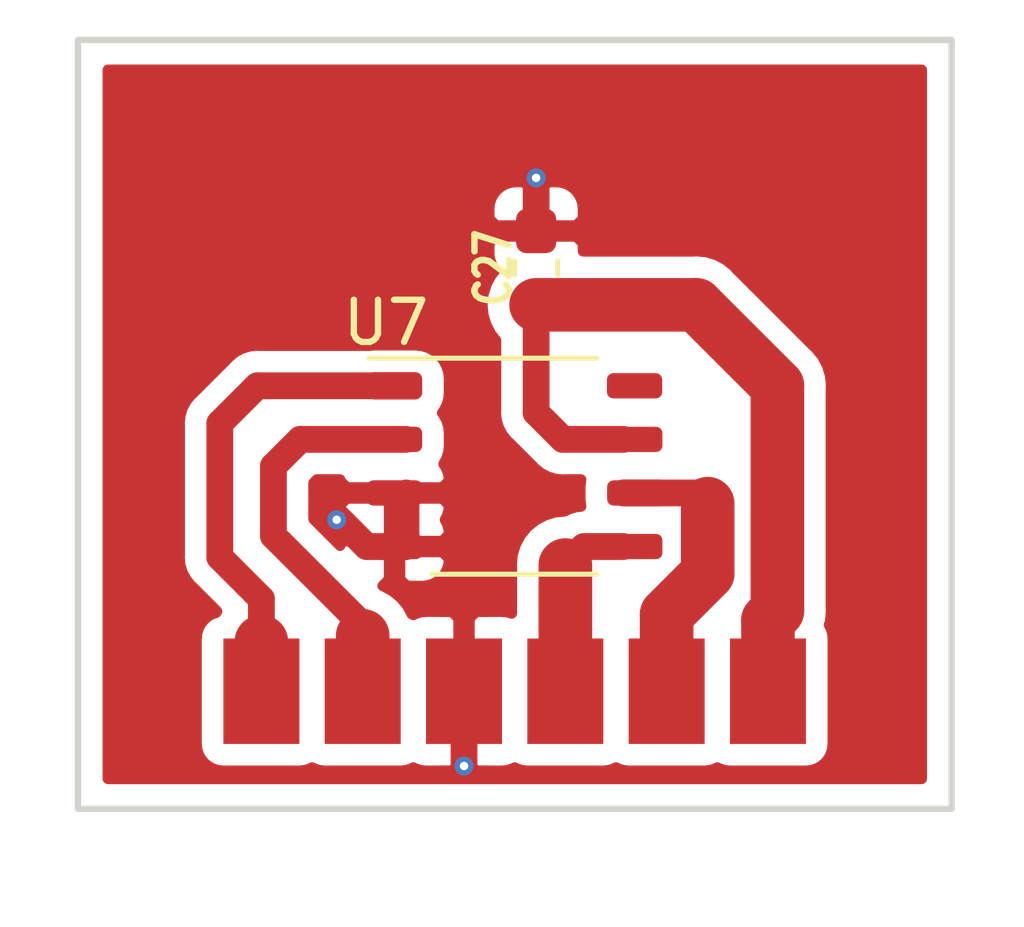
<source format=kicad_pcb>
(kicad_pcb (version 20171130) (host pcbnew 5.1.6+dfsg1-1~bpo10+1)

  (general
    (thickness 1.6)
    (drawings 11)
    (tracks 39)
    (zones 0)
    (modules 3)
    (nets 7)
  )

  (page USLetter)
  (title_block
    (title "EncoderBoard Schematic")
    (rev v1.0)
    (company "Developed by Paul Max Avalos Aguilar")
  )

  (layers
    (0 F.Cu signal)
    (31 B.Cu signal)
    (32 B.Adhes user)
    (33 F.Adhes user)
    (34 B.Paste user)
    (35 F.Paste user)
    (36 B.SilkS user)
    (37 F.SilkS user)
    (38 B.Mask user)
    (39 F.Mask user)
    (40 Dwgs.User user)
    (41 Cmts.User user)
    (42 Eco1.User user)
    (43 Eco2.User user)
    (44 Edge.Cuts user)
    (45 Margin user)
    (46 B.CrtYd user)
    (47 F.CrtYd user)
    (48 B.Fab user hide)
    (49 F.Fab user hide)
  )

  (setup
    (last_trace_width 0.127)
    (user_trace_width 0.127)
    (user_trace_width 0.254)
    (user_trace_width 0.635)
    (user_trace_width 1.27)
    (trace_clearance 0.127)
    (zone_clearance 0.508)
    (zone_45_only no)
    (trace_min 0.127)
    (via_size 0.45)
    (via_drill 0.2)
    (via_min_size 0.45)
    (via_min_drill 0.2)
    (user_via 1.27 0.635)
    (uvia_size 0.45)
    (uvia_drill 0.1)
    (uvias_allowed no)
    (uvia_min_size 0.2)
    (uvia_min_drill 0.1)
    (edge_width 0.15)
    (segment_width 0.2)
    (pcb_text_width 0.3)
    (pcb_text_size 1.5 1.5)
    (mod_edge_width 0.15)
    (mod_text_size 1 1)
    (mod_text_width 0.15)
    (pad_size 1.8 2.5)
    (pad_drill 0)
    (pad_to_mask_clearance 0.051)
    (solder_mask_min_width 0.25)
    (aux_axis_origin 0 0)
    (grid_origin 146.812 88.5698)
    (visible_elements 7FFFFFFF)
    (pcbplotparams
      (layerselection 0x010f0_ffffffff)
      (usegerberextensions false)
      (usegerberattributes false)
      (usegerberadvancedattributes false)
      (creategerberjobfile false)
      (excludeedgelayer true)
      (linewidth 0.100000)
      (plotframeref false)
      (viasonmask false)
      (mode 1)
      (useauxorigin false)
      (hpglpennumber 1)
      (hpglpenspeed 20)
      (hpglpendiameter 15.000000)
      (psnegative false)
      (psa4output false)
      (plotreference true)
      (plotvalue true)
      (plotinvisibletext false)
      (padsonsilk false)
      (subtractmaskfromsilk false)
      (outputformat 1)
      (mirror false)
      (drillshape 0)
      (scaleselection 1)
      (outputdirectory "Gerbers/"))
  )

  (net 0 "")
  (net 1 /SIN_P)
  (net 2 /COS_N)
  (net 3 /COS_P)
  (net 4 /VDD)
  (net 5 /SIN_N)
  (net 6 GND)

  (net_class Default "Esta es la clase de red por defecto."
    (clearance 0.127)
    (trace_width 0.127)
    (via_dia 0.45)
    (via_drill 0.2)
    (uvia_dia 0.45)
    (uvia_drill 0.1)
    (diff_pair_width 0.254)
    (diff_pair_gap 0.254)
    (add_net /COS_N)
    (add_net /COS_P)
    (add_net /SIN_N)
    (add_net /SIN_P)
    (add_net /VDD)
    (add_net GND)
  )

  (module Encoder:SO-8_3.9x4.9mm_P1.27mm (layer F.Cu) (tedit 5F149B0D) (tstamp 5F0BC2D6)
    (at 146.812 88.4428)
    (descr "SO, 8 Pin (https://www.nxp.com/docs/en/data-sheet/PCF8523.pdf), generated with kicad-footprint-generator ipc_gullwing_generator.py")
    (tags "SO SO")
    (path /5F0B6CA7)
    (attr smd)
    (fp_text reference U7 (at -3.048 -3.4) (layer F.SilkS)
      (effects (font (size 1 1) (thickness 0.15)))
    )
    (fp_text value TLE5009 (at 0 3.4) (layer F.Fab)
      (effects (font (size 1 1) (thickness 0.15)))
    )
    (fp_line (start 0 2.56) (end 1.95 2.56) (layer F.SilkS) (width 0.12))
    (fp_line (start 0 2.56) (end -1.95 2.56) (layer F.SilkS) (width 0.12))
    (fp_line (start 0 -2.56) (end 1.95 -2.56) (layer F.SilkS) (width 0.12))
    (fp_line (start 0 -2.56) (end -3.45 -2.56) (layer F.SilkS) (width 0.12))
    (fp_line (start -0.975 -2.45) (end 1.95 -2.45) (layer F.Fab) (width 0.1))
    (fp_line (start 1.95 -2.45) (end 1.95 2.45) (layer F.Fab) (width 0.1))
    (fp_line (start 1.95 2.45) (end -1.95 2.45) (layer F.Fab) (width 0.1))
    (fp_line (start -1.95 2.45) (end -1.95 -1.475) (layer F.Fab) (width 0.1))
    (fp_line (start -1.95 -1.475) (end -0.975 -2.45) (layer F.Fab) (width 0.1))
    (fp_line (start -3.7 -2.7) (end -3.7 2.7) (layer F.CrtYd) (width 0.05))
    (fp_line (start -3.7 2.7) (end 3.7 2.7) (layer F.CrtYd) (width 0.05))
    (fp_line (start 3.7 2.7) (end 3.7 -2.7) (layer F.CrtYd) (width 0.05))
    (fp_line (start 3.7 -2.7) (end -3.7 -2.7) (layer F.CrtYd) (width 0.05))
    (fp_text user %R (at 0 0) (layer F.Fab)
      (effects (font (size 0.98 0.98) (thickness 0.15)))
    )
    (pad 1 smd roundrect (at -2.845 -1.905) (size 1.31 0.65) (layers F.Cu F.Paste F.Mask) (roundrect_rratio 0.25)
      (net 3 /COS_P))
    (pad 2 smd roundrect (at -2.845 -0.635) (size 1.31 0.6) (layers F.Cu F.Paste F.Mask) (roundrect_rratio 0.25)
      (net 2 /COS_N))
    (pad 3 smd roundrect (at -2.845 0.635) (size 1.31 0.6) (layers F.Cu F.Paste F.Mask) (roundrect_rratio 0.25)
      (net 6 GND))
    (pad 4 smd roundrect (at -2.845 1.905) (size 1.31 0.6) (layers F.Cu F.Paste F.Mask) (roundrect_rratio 0.25)
      (net 6 GND))
    (pad 5 smd roundrect (at 2.845 1.905) (size 1.31 0.6) (layers F.Cu F.Paste F.Mask) (roundrect_rratio 0.25)
      (net 1 /SIN_P))
    (pad 6 smd roundrect (at 2.845 0.635) (size 1.31 0.6) (layers F.Cu F.Paste F.Mask) (roundrect_rratio 0.25)
      (net 5 /SIN_N))
    (pad 7 smd roundrect (at 2.845 -0.635) (size 1.31 0.6) (layers F.Cu F.Paste F.Mask) (roundrect_rratio 0.25)
      (net 4 /VDD))
    (pad 8 smd roundrect (at 2.84 -1.905) (size 1.31 0.6) (layers F.Cu F.Paste F.Mask) (roundrect_rratio 0.25))
    (model "${KIPRJMOD}/../FootPrints/3DModels/So8/User Library-so8-3.step"
      (at (xyz 0 0 0))
      (scale (xyz 1 1 1))
      (rotate (xyz 0 0 0))
    )
  )

  (module Encoder:SolderWirePad_1x01_SMD_5x10mm (layer F.Cu) (tedit 5F13B3BB) (tstamp 5F0D8D2C)
    (at 146.812 93.7768)
    (descr "Wire Pad, Square, SMD Pad,  5mm x 10mm,")
    (tags "MesurementPoint Square SMDPad 5mmx10mm ")
    (path /5F0B758B)
    (attr smd virtual)
    (fp_text reference J7 (at -5.969 -2.921) (layer F.CrtYd)
      (effects (font (size 1 1) (thickness 0.15)))
    )
    (fp_text value Conn_01x06_Male (at 0 6.35) (layer F.Fab)
      (effects (font (size 1 1) (thickness 0.15)))
    )
    (fp_text user %R (at -0.02 4.74) (layer F.Fab)
      (effects (font (size 1 1) (thickness 0.15)))
    )
    (pad 5 smd rect (at 3.6 0) (size 1.8 2.5) (layers F.Cu F.Paste F.Mask)
      (net 5 /SIN_N))
    (pad 6 smd rect (at 6 0) (size 1.8 2.5) (layers F.Cu F.Paste F.Mask)
      (net 4 /VDD))
    (pad 1 smd rect (at -6 0) (size 1.8 2.5) (layers F.Cu F.Paste F.Mask)
      (net 3 /COS_P))
    (pad 3 smd rect (at -1.2 0) (size 1.8 2.5) (layers F.Cu F.Paste F.Mask)
      (net 6 GND))
    (pad 4 smd rect (at 1.2 0) (size 1.8 2.5) (layers F.Cu F.Paste F.Mask)
      (net 1 /SIN_P))
    (pad 2 smd rect (at -3.6 0) (size 1.8 2.5) (layers F.Cu F.Paste F.Mask)
      (net 2 /COS_N))
  )

  (module Encoder:C_0603_1608Metric_Pad1.05x0.95mm_HandSolder (layer F.Cu) (tedit 5F04D287) (tstamp 5F140FD0)
    (at 147.32 83.7438 90)
    (descr "Capacitor SMD 0603 (1608 Metric), square (rectangular) end terminal, IPC_7351 nominal with elongated pad for handsoldering. (Body size source: http://www.tortai-tech.com/upload/download/2011102023233369053.pdf), generated with kicad-footprint-generator")
    (tags "capacitor handsolder")
    (path /5F13AC11)
    (attr smd)
    (fp_text reference C27 (at 0 -1.016 90) (layer F.SilkS)
      (effects (font (size 0.8128 0.6096) (thickness 0.1524)))
    )
    (fp_text value 100nF (at 0 1.43 90) (layer F.Fab)
      (effects (font (size 1 1) (thickness 0.15)))
    )
    (fp_line (start 1.65 0.73) (end -1.65 0.73) (layer F.CrtYd) (width 0.05))
    (fp_line (start 1.65 -0.73) (end 1.65 0.73) (layer F.CrtYd) (width 0.05))
    (fp_line (start -1.65 -0.73) (end 1.65 -0.73) (layer F.CrtYd) (width 0.05))
    (fp_line (start -1.65 0.73) (end -1.65 -0.73) (layer F.CrtYd) (width 0.05))
    (fp_line (start -0.171267 0.51) (end 0.171267 0.51) (layer F.SilkS) (width 0.12))
    (fp_line (start -0.171267 -0.51) (end 0.171267 -0.51) (layer F.SilkS) (width 0.12))
    (fp_line (start 0.8 0.4) (end -0.8 0.4) (layer F.Fab) (width 0.1))
    (fp_line (start 0.8 -0.4) (end 0.8 0.4) (layer F.Fab) (width 0.1))
    (fp_line (start -0.8 -0.4) (end 0.8 -0.4) (layer F.Fab) (width 0.1))
    (fp_line (start -0.8 0.4) (end -0.8 -0.4) (layer F.Fab) (width 0.1))
    (fp_text user %R (at 0 0 90) (layer F.Fab)
      (effects (font (size 0.4 0.4) (thickness 0.06)))
    )
    (pad 2 smd roundrect (at 0.875 0 90) (size 1.05 0.95) (layers F.Cu F.Paste F.Mask) (roundrect_rratio 0.25)
      (net 6 GND))
    (pad 1 smd roundrect (at -0.875 0 90) (size 1.05 0.95) (layers F.Cu F.Paste F.Mask) (roundrect_rratio 0.25)
      (net 4 /VDD))
    (model "${KIPRJMOD}/../FootPrints/3DModels/CapacitorsSMD/Ceramic CAP0603.stp"
      (at (xyz 0 0 0))
      (scale (xyz 1 1 1))
      (rotate (xyz 0 0 0))
    )
  )

  (gr_line (start 136.466 78.34) (end 157.162639 78.34) (layer Edge.Cuts) (width 0.15) (tstamp 5F1B1C2C))
  (gr_line (start 136.466 96.5628) (end 157.162639 96.5628) (layer Edge.Cuts) (width 0.15) (tstamp 5F0E086B))
  (gr_line (start 157.162639 78.34) (end 157.162639 96.5628) (layer Edge.Cuts) (width 0.15) (tstamp 5F0E0817))
  (gr_line (start 155.162639 92) (end 155.162639 96.5628) (layer Dwgs.User) (width 0.15) (tstamp 5F0E0786))
  (gr_line (start 136.466 78.34) (end 136.466 96.5628) (layer Edge.Cuts) (width 0.15) (tstamp 5F0E0636))
  (gr_line (start 138.466 92) (end 138.466 96.5628) (layer Dwgs.User) (width 0.15) (tstamp 5F0E077B))
  (gr_line (start 156.162639 91.987787) (end 156.162639 96.5628) (layer Dwgs.User) (width 0.15) (tstamp 5F0D9416))
  (gr_line (start 137.466 92) (end 137.466 96.5628) (layer Dwgs.User) (width 0.15))
  (gr_circle (center 146.812 88.4428) (end 154.812 88.4428) (layer Dwgs.User) (width 0.15))
  (gr_line (start 136.466 92) (end 157.162639 92) (layer Dwgs.User) (width 0.15))
  (gr_arc (start 146.812 88.4428) (end 137.466 92) (angle 221.6) (layer Dwgs.User) (width 0.15))

  (segment (start 148.45 90.3478) (end 149.387 90.3478) (width 0.635) (layer F.Cu) (net 1))
  (segment (start 148.012 90.7858) (end 148.45 90.3478) (width 0.635) (layer F.Cu) (net 1))
  (segment (start 148.012 90.7858) (end 148.012 93.7768) (width 1.27) (layer F.Cu) (net 1))
  (segment (start 143.212 93.7768) (end 143.212 92.4628) (width 1.27) (layer F.Cu) (net 2))
  (segment (start 143.212 92.4628) (end 143.212 92.2088) (width 0.635) (layer F.Cu) (net 2))
  (segment (start 143.212 92.2088) (end 141.097 90.0938) (width 0.635) (layer F.Cu) (net 2))
  (segment (start 141.097 90.0938) (end 141.097 88.4428) (width 0.635) (layer F.Cu) (net 2))
  (segment (start 141.732 87.8078) (end 144.237 87.8078) (width 0.635) (layer F.Cu) (net 2))
  (segment (start 141.097 88.4428) (end 141.732 87.8078) (width 0.635) (layer F.Cu) (net 2))
  (segment (start 140.812 93.7768) (end 140.812 93.3902) (width 1.27) (layer F.Cu) (net 3))
  (segment (start 140.812 93.7768) (end 140.812 92.6028) (width 1.27) (layer F.Cu) (net 3))
  (segment (start 140.812 93.7768) (end 140.812 91.5868) (width 0.635) (layer F.Cu) (net 3))
  (segment (start 140.812 91.5868) (end 139.827 90.6018) (width 0.635) (layer F.Cu) (net 3))
  (segment (start 139.827 90.6018) (end 139.827 87.4268) (width 0.635) (layer F.Cu) (net 3))
  (segment (start 140.716 86.5378) (end 144.237 86.5378) (width 0.635) (layer F.Cu) (net 3))
  (segment (start 139.827 87.4268) (end 140.716 86.5378) (width 0.635) (layer F.Cu) (net 3))
  (segment (start 151.116 84.6188) (end 147.32 84.6188) (width 1.27) (layer F.Cu) (net 4))
  (segment (start 153.035 86.5378) (end 151.116 84.6188) (width 1.27) (layer F.Cu) (net 4))
  (segment (start 153.035 91.8718) (end 153.035 86.5378) (width 1.27) (layer F.Cu) (net 4))
  (segment (start 152.812 93.7768) (end 152.812 92.0948) (width 1.27) (layer F.Cu) (net 4))
  (segment (start 152.812 92.0948) (end 153.035 91.8718) (width 1.27) (layer F.Cu) (net 4))
  (segment (start 147.32 84.6188) (end 147.32 87.1728) (width 0.635) (layer F.Cu) (net 4))
  (segment (start 147.955 87.8078) (end 149.387 87.8078) (width 0.635) (layer F.Cu) (net 4))
  (segment (start 147.32 87.1728) (end 147.955 87.8078) (width 0.635) (layer F.Cu) (net 4))
  (segment (start 149.387 89.0778) (end 150.241 89.0778) (width 0.635) (layer F.Cu) (net 5))
  (segment (start 149.387 89.0778) (end 151.13 89.0778) (width 0.635) (layer F.Cu) (net 5))
  (segment (start 151.13 89.0778) (end 151.384 89.3318) (width 0.635) (layer F.Cu) (net 5))
  (segment (start 150.412 91.9548) (end 150.412 93.7768) (width 1.27) (layer F.Cu) (net 5))
  (segment (start 151.384 89.3318) (end 151.384 90.9828) (width 1.27) (layer F.Cu) (net 5))
  (segment (start 151.384 90.9828) (end 150.412 91.9548) (width 1.27) (layer F.Cu) (net 5))
  (segment (start 144.237 90.3478) (end 143.637 90.3478) (width 0.635) (layer F.Cu) (net 6))
  (segment (start 147.32 82.8688) (end 147.32 81.6102) (width 0.635) (layer F.Cu) (net 6))
  (via (at 147.32 81.6102) (size 0.45) (drill 0.2) (layers F.Cu B.Cu) (net 6))
  (segment (start 144.237 89.0778) (end 144.237 90.3478) (width 0.635) (layer F.Cu) (net 6))
  (segment (start 145.612 93.7768) (end 145.612 95.5486) (width 0.635) (layer F.Cu) (net 6))
  (via (at 145.612 95.5486) (size 0.45) (drill 0.2) (layers F.Cu B.Cu) (net 6))
  (via (at 142.5956 89.7128) (size 0.45) (drill 0.2) (layers F.Cu B.Cu) (net 6))
  (segment (start 143.3068 90.3478) (end 142.5956 89.6366) (width 0.635) (layer F.Cu) (net 6))
  (segment (start 144.237 90.3478) (end 143.3068 90.3478) (width 0.635) (layer F.Cu) (net 6))

  (zone (net 6) (net_name GND) (layer F.Cu) (tstamp 0) (hatch edge 0.508)
    (connect_pads (clearance 0.508))
    (min_thickness 0.254)
    (fill yes (arc_segments 32) (thermal_gap 0.508) (thermal_bridge_width 0.508))
    (polygon
      (pts
        (xy 158.877 77.5208) (xy 158.877 96.9518) (xy 134.62 97.2058) (xy 134.747 77.3938)
      )
    )
    (filled_polygon
      (pts
        (xy 156.45264 95.8528) (xy 137.176 95.8528) (xy 137.176 87.4268) (xy 138.869892 87.4268) (xy 138.874501 87.473594)
        (xy 138.8745 90.555015) (xy 138.869892 90.6018) (xy 138.8745 90.648584) (xy 138.888283 90.788522) (xy 138.942748 90.968068)
        (xy 139.031194 91.133541) (xy 139.150222 91.278578) (xy 139.186569 91.308407) (xy 139.760413 91.882251) (xy 139.750925 91.893812)
        (xy 139.739266 91.915625) (xy 139.66782 91.937298) (xy 139.557506 91.996263) (xy 139.460815 92.075615) (xy 139.381463 92.172306)
        (xy 139.322498 92.28262) (xy 139.286188 92.402318) (xy 139.273928 92.5268) (xy 139.273928 95.0268) (xy 139.286188 95.151282)
        (xy 139.322498 95.27098) (xy 139.381463 95.381294) (xy 139.460815 95.477985) (xy 139.557506 95.557337) (xy 139.66782 95.616302)
        (xy 139.787518 95.652612) (xy 139.912 95.664872) (xy 141.712 95.664872) (xy 141.836482 95.652612) (xy 141.95618 95.616302)
        (xy 142.012 95.586465) (xy 142.06782 95.616302) (xy 142.187518 95.652612) (xy 142.312 95.664872) (xy 144.112 95.664872)
        (xy 144.236482 95.652612) (xy 144.35618 95.616302) (xy 144.412 95.586465) (xy 144.46782 95.616302) (xy 144.587518 95.652612)
        (xy 144.712 95.664872) (xy 145.32625 95.6618) (xy 145.485 95.50305) (xy 145.485 93.9038) (xy 145.465 93.9038)
        (xy 145.465 93.6498) (xy 145.485 93.6498) (xy 145.485 92.05055) (xy 145.739 92.05055) (xy 145.739 93.6498)
        (xy 145.759 93.6498) (xy 145.759 93.9038) (xy 145.739 93.9038) (xy 145.739 95.50305) (xy 145.89775 95.6618)
        (xy 146.512 95.664872) (xy 146.636482 95.652612) (xy 146.75618 95.616302) (xy 146.812 95.586465) (xy 146.86782 95.616302)
        (xy 146.987518 95.652612) (xy 147.112 95.664872) (xy 148.912 95.664872) (xy 149.036482 95.652612) (xy 149.15618 95.616302)
        (xy 149.212 95.586465) (xy 149.26782 95.616302) (xy 149.387518 95.652612) (xy 149.512 95.664872) (xy 151.312 95.664872)
        (xy 151.436482 95.652612) (xy 151.55618 95.616302) (xy 151.612 95.586465) (xy 151.66782 95.616302) (xy 151.787518 95.652612)
        (xy 151.912 95.664872) (xy 153.712 95.664872) (xy 153.836482 95.652612) (xy 153.95618 95.616302) (xy 154.066494 95.557337)
        (xy 154.163185 95.477985) (xy 154.242537 95.381294) (xy 154.301502 95.27098) (xy 154.337812 95.151282) (xy 154.350072 95.0268)
        (xy 154.350072 92.5268) (xy 154.337812 92.402318) (xy 154.301502 92.28262) (xy 154.260687 92.206262) (xy 154.286623 92.120763)
        (xy 154.305 91.93418) (xy 154.305 91.934179) (xy 154.311144 91.8718) (xy 154.305 91.80942) (xy 154.305 86.60018)
        (xy 154.311144 86.5378) (xy 154.286623 86.288837) (xy 154.214003 86.049441) (xy 154.096075 85.828812) (xy 153.99828 85.709649)
        (xy 153.977135 85.683883) (xy 153.977132 85.68388) (xy 153.93737 85.63543) (xy 153.888919 85.595668) (xy 152.058141 83.764891)
        (xy 152.01837 83.71643) (xy 151.824988 83.557725) (xy 151.604359 83.439797) (xy 151.364963 83.367177) (xy 151.17838 83.3488)
        (xy 151.178373 83.3488) (xy 151.116 83.342657) (xy 151.053627 83.3488) (xy 148.432494 83.3488) (xy 148.43 83.15455)
        (xy 148.27125 82.9958) (xy 147.447 82.9958) (xy 147.447 83.0158) (xy 147.193 83.0158) (xy 147.193 82.9958)
        (xy 146.36875 82.9958) (xy 146.21 83.15455) (xy 146.206928 83.3938) (xy 146.219188 83.518282) (xy 146.255498 83.63798)
        (xy 146.314463 83.748294) (xy 146.352971 83.795217) (xy 146.258925 83.909812) (xy 146.140997 84.130441) (xy 146.068377 84.369837)
        (xy 146.043856 84.6188) (xy 146.068377 84.867763) (xy 146.140997 85.107159) (xy 146.258925 85.327788) (xy 146.3675 85.460087)
        (xy 146.367501 87.126006) (xy 146.362892 87.1728) (xy 146.381283 87.359522) (xy 146.435749 87.539069) (xy 146.499212 87.6578)
        (xy 146.524195 87.704541) (xy 146.643223 87.849578) (xy 146.679565 87.879403) (xy 147.248389 88.448226) (xy 147.278222 88.484578)
        (xy 147.423259 88.603606) (xy 147.471745 88.629522) (xy 147.58873 88.692052) (xy 147.652944 88.711531) (xy 147.768277 88.746517)
        (xy 147.908215 88.7603) (xy 147.955 88.764908) (xy 148.001785 88.7603) (xy 148.383243 88.7603) (xy 148.379071 88.774055)
        (xy 148.363928 88.9278) (xy 148.363928 89.2278) (xy 148.379071 89.381545) (xy 148.383823 89.39721) (xy 148.263277 89.409083)
        (xy 148.083731 89.463548) (xy 147.994186 89.511411) (xy 147.763037 89.534177) (xy 147.523641 89.606797) (xy 147.303012 89.724725)
        (xy 147.10963 89.88343) (xy 146.950925 90.076813) (xy 146.832997 90.297442) (xy 146.760377 90.536838) (xy 146.742 90.723421)
        (xy 146.742 91.932997) (xy 146.636482 91.900988) (xy 146.512 91.888728) (xy 145.89775 91.8918) (xy 145.739 92.05055)
        (xy 145.485 92.05055) (xy 145.32625 91.8918) (xy 144.712 91.888728) (xy 144.587518 91.900988) (xy 144.46782 91.937298)
        (xy 144.412 91.967135) (xy 144.377137 91.9485) (xy 144.273075 91.753812) (xy 144.11437 91.56043) (xy 143.920988 91.401725)
        (xy 143.700359 91.283797) (xy 143.684933 91.279117) (xy 143.84 91.12405) (xy 143.84 90.4748) (xy 144.094 90.4748)
        (xy 144.094 91.12405) (xy 144.25275 91.2828) (xy 144.622 91.285872) (xy 144.746482 91.273612) (xy 144.86618 91.237302)
        (xy 144.976494 91.178337) (xy 145.073185 91.098985) (xy 145.152537 91.002294) (xy 145.211502 90.89198) (xy 145.247812 90.772282)
        (xy 145.260072 90.6478) (xy 145.257 90.63355) (xy 145.09825 90.4748) (xy 144.094 90.4748) (xy 143.84 90.4748)
        (xy 143.82 90.4748) (xy 143.82 90.2208) (xy 143.84 90.2208) (xy 143.84 89.2048) (xy 144.094 89.2048)
        (xy 144.094 90.2208) (xy 145.09825 90.2208) (xy 145.257 90.06205) (xy 145.260072 90.0478) (xy 145.247812 89.923318)
        (xy 145.211502 89.80362) (xy 145.162957 89.7128) (xy 145.211502 89.62198) (xy 145.247812 89.502282) (xy 145.260072 89.3778)
        (xy 145.257 89.36355) (xy 145.09825 89.2048) (xy 144.094 89.2048) (xy 143.84 89.2048) (xy 142.83575 89.2048)
        (xy 142.677 89.36355) (xy 142.673928 89.3778) (xy 142.686188 89.502282) (xy 142.722498 89.62198) (xy 142.771043 89.7128)
        (xy 142.722498 89.80362) (xy 142.686188 89.923318) (xy 142.673928 90.0478) (xy 142.677 90.06205) (xy 142.835748 90.220798)
        (xy 142.677 90.220798) (xy 142.677 90.326762) (xy 142.0495 89.699262) (xy 142.0495 88.837338) (xy 142.126537 88.7603)
        (xy 142.675652 88.7603) (xy 142.673928 88.7778) (xy 142.677 88.79205) (xy 142.83575 88.9508) (xy 143.84 88.9508)
        (xy 143.84 88.9308) (xy 144.094 88.9308) (xy 144.094 88.9508) (xy 145.09825 88.9508) (xy 145.257 88.79205)
        (xy 145.260072 88.7778) (xy 145.247812 88.653318) (xy 145.211502 88.53362) (xy 145.152537 88.423306) (xy 145.12827 88.393736)
        (xy 145.200084 88.259382) (xy 145.244929 88.111545) (xy 145.260072 87.9578) (xy 145.260072 87.6578) (xy 145.244929 87.504055)
        (xy 145.200084 87.356218) (xy 145.127258 87.219971) (xy 145.095471 87.181239) (xy 145.125151 87.145074) (xy 145.199132 87.006666)
        (xy 145.244689 86.856484) (xy 145.260072 86.7003) (xy 145.260072 86.3753) (xy 145.244689 86.219116) (xy 145.199132 86.068934)
        (xy 145.125151 85.930526) (xy 145.02559 85.80921) (xy 144.904274 85.709649) (xy 144.765866 85.635668) (xy 144.615684 85.590111)
        (xy 144.4595 85.574728) (xy 143.4745 85.574728) (xy 143.367162 85.5853) (xy 140.762785 85.5853) (xy 140.716 85.580692)
        (xy 140.669215 85.5853) (xy 140.529277 85.599083) (xy 140.349731 85.653548) (xy 140.184259 85.741994) (xy 140.039222 85.861022)
        (xy 140.009397 85.897364) (xy 139.186564 86.720198) (xy 139.150223 86.750022) (xy 139.120399 86.786363) (xy 139.031194 86.89506)
        (xy 138.942749 87.060531) (xy 138.888283 87.240078) (xy 138.869892 87.4268) (xy 137.176 87.4268) (xy 137.176 82.3438)
        (xy 146.206928 82.3438) (xy 146.21 82.58305) (xy 146.36875 82.7418) (xy 147.193 82.7418) (xy 147.193 81.86755)
        (xy 147.447 81.86755) (xy 147.447 82.7418) (xy 148.27125 82.7418) (xy 148.43 82.58305) (xy 148.433072 82.3438)
        (xy 148.420812 82.219318) (xy 148.384502 82.09962) (xy 148.325537 81.989306) (xy 148.246185 81.892615) (xy 148.149494 81.813263)
        (xy 148.03918 81.754298) (xy 147.919482 81.717988) (xy 147.795 81.705728) (xy 147.60575 81.7088) (xy 147.447 81.86755)
        (xy 147.193 81.86755) (xy 147.03425 81.7088) (xy 146.845 81.705728) (xy 146.720518 81.717988) (xy 146.60082 81.754298)
        (xy 146.490506 81.813263) (xy 146.393815 81.892615) (xy 146.314463 81.989306) (xy 146.255498 82.09962) (xy 146.219188 82.219318)
        (xy 146.206928 82.3438) (xy 137.176 82.3438) (xy 137.176 79.05) (xy 156.452639 79.05)
      )
    )
  )
)

</source>
